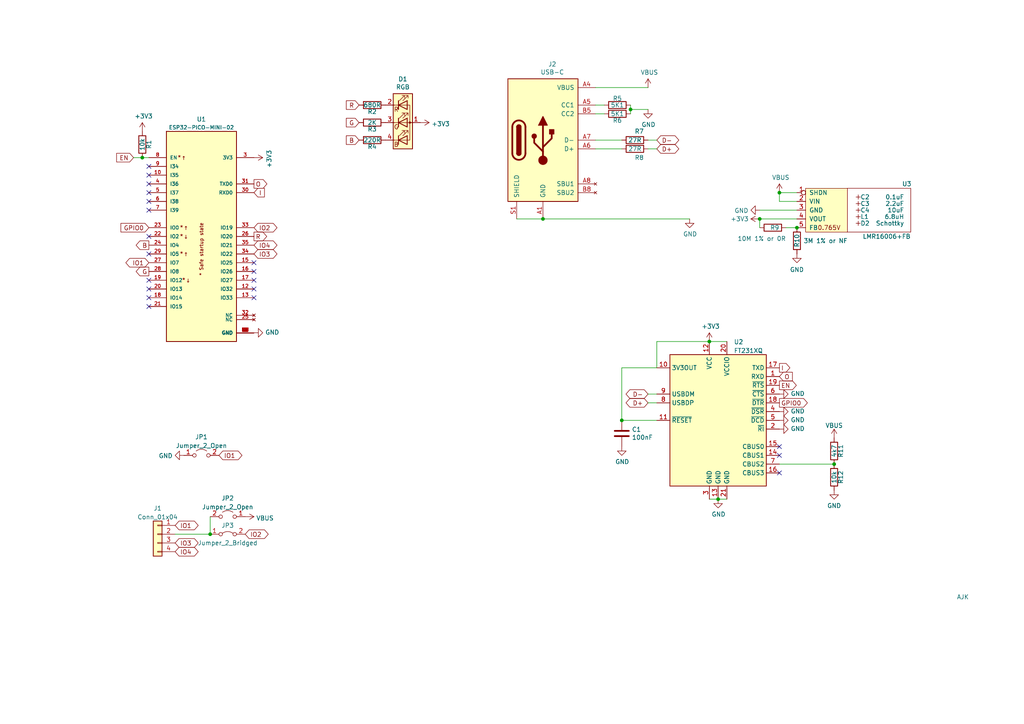
<source format=kicad_sch>
(kicad_sch (version 20211123) (generator eeschema)
  (paper "A4")
  (title_block (title "Generic ESP32-PICO-MINI module") (date "${DATE}") (rev "1") (comment 1 "@TheRealRevK") (comment 2 "www.me.uk"))
  (lib_symbols
    (symbol "Connector_Generic:Conn_01x04" (pin_names (offset 1.016) hide)
      (property "Reference" "J" (at 0 5.08 0))
      (property "Value" "Conn_01x04" (at 0 -7.62 0))
      (symbol "Conn_01x04_1_1"
        (rectangle (start -1.27 -4.953) (end 0 -5.207) (stroke (width 0.1524)))
        (rectangle (start -1.27 -2.413) (end 0 -2.667) (stroke (width 0.1524)))
        (rectangle (start -1.27 0.127) (end 0 -0.127) (stroke (width 0.1524)))
        (rectangle (start -1.27 2.667) (end 0 2.413) (stroke (width 0.1524)))
        (rectangle (start -1.27 3.81) (end 1.27 -6.35) (stroke (width 0.254)) (fill (type background)))
        (pin passive line (at -5.08 2.54 0) (length 3.81) (name "Pin_1") (number "1"))
        (pin passive line (at -5.08 0 0) (length 3.81) (name "Pin_2") (number "2"))
        (pin passive line (at -5.08 -2.54 0) (length 3.81) (name "Pin_3") (number "3"))
        (pin passive line (at -5.08 -5.08 0) (length 3.81) (name "Pin_4") (number "4"))
      )
    )
    (symbol "Device:C" (pin_numbers hide) (pin_names (offset 0.254))
      (property "Reference" "C" (at 0.635 2.54 0))
      (property "Value" "C" (at 0.635 -2.54 0))
      (symbol "C_0_1"
        (polyline (pts (xy -2.032 -0.762) (xy 2.032 -0.762)) (stroke (width 0.508)))
        (polyline (pts (xy -2.032 0.762) (xy 2.032 0.762)) (stroke (width 0.508)))
      )
      (symbol "C_1_1"
        (pin passive line (at 0 3.81 270) (length 2.794) (name "~") (number "1"))
        (pin passive line (at 0 -3.81 90) (length 2.794) (name "~") (number "2"))
      )
    )
    (symbol "Device:LED_ARGB" (pin_names (offset 0) hide)
      (property "Reference" "D" (at 0 9.398 0))
      (property "Value" "LED_ARGB" (at 0 -8.89 0))
      (symbol "LED_ARGB_0_0"
        (text "B" (at -1.905 -6.35 0) (effects (font (size 1.27 1.27))))
        (text "G" (at -1.905 -1.27 0) (effects (font (size 1.27 1.27))))
        (text "R" (at -1.905 3.81 0) (effects (font (size 1.27 1.27))))
      )
      (symbol "LED_ARGB_0_1"
        (polyline (pts (xy -1.27 -5.08) (xy -2.54 -5.08)))
        (polyline (pts (xy -1.27 -5.08) (xy 1.27 -5.08)))
        (polyline (pts (xy -1.27 -3.81) (xy -1.27 -6.35)) (stroke (width 0.254)))
        (polyline (pts (xy -1.27 0) (xy -2.54 0)))
        (polyline (pts (xy -1.27 1.27) (xy -1.27 -1.27)) (stroke (width 0.254)))
        (polyline (pts (xy -1.27 5.08) (xy -2.54 5.08)))
        (polyline (pts (xy -1.27 5.08) (xy 1.27 5.08)))
        (polyline (pts (xy -1.27 6.35) (xy -1.27 3.81)) (stroke (width 0.254)))
        (polyline (pts (xy 1.27 0) (xy -1.27 0)))
        (polyline (pts (xy 1.27 0) (xy 2.54 0)))
        (polyline (pts (xy -1.27 1.27) (xy -1.27 -1.27) (xy -1.27 -1.27)))
        (polyline (pts (xy -1.27 6.35) (xy -1.27 3.81) (xy -1.27 3.81)))
        (polyline (pts (xy 1.27 -5.08) (xy 2.032 -5.08) (xy 2.032 5.08) (xy 1.27 5.08)))
        (polyline (pts (xy 1.27 -3.81) (xy 1.27 -6.35) (xy -1.27 -5.08) (xy 1.27 -3.81)) (stroke (width 0.254)))
        (polyline (pts (xy 1.27 1.27) (xy 1.27 -1.27) (xy -1.27 0) (xy 1.27 1.27)) (stroke (width 0.254)))
        (polyline (pts (xy 1.27 6.35) (xy 1.27 3.81) (xy -1.27 5.08) (xy 1.27 6.35)) (stroke (width 0.254)))
        (polyline (pts (xy -1.016 -3.81) (xy 0.508 -2.286) (xy -0.254 -2.286) (xy 0.508 -2.286) (xy 0.508 -3.048)))
        (polyline (pts (xy -1.016 1.27) (xy 0.508 2.794) (xy -0.254 2.794) (xy 0.508 2.794) (xy 0.508 2.032)))
        (polyline (pts (xy -1.016 6.35) (xy 0.508 7.874) (xy -0.254 7.874) (xy 0.508 7.874) (xy 0.508 7.112)))
        (polyline (pts (xy 0 -3.81) (xy 1.524 -2.286) (xy 0.762 -2.286) (xy 1.524 -2.286) (xy 1.524 -3.048)))
        (polyline (pts (xy 0 1.27) (xy 1.524 2.794) (xy 0.762 2.794) (xy 1.524 2.794) (xy 1.524 2.032)))
        (polyline (pts (xy 0 6.35) (xy 1.524 7.874) (xy 0.762 7.874) (xy 1.524 7.874) (xy 1.524 7.112)))
        (rectangle (start 1.27 -1.27) (end 1.27 1.27))
        (rectangle (start 1.27 1.27) (end 1.27 1.27))
        (rectangle (start 1.27 3.81) (end 1.27 6.35))
        (rectangle (start 1.27 6.35) (end 1.27 6.35))
        (circle (center 2.032 0) (radius 0.254) (fill (type outline)))
        (rectangle (start 2.794 8.382) (end -2.794 -7.62) (stroke (width 0.254)) (fill (type background)))
      )
      (symbol "LED_ARGB_1_1"
        (pin passive line (at 5.08 0 180) (length 2.54) (name "A") (number "1"))
        (pin passive line (at -5.08 5.08 0) (length 2.54) (name "RK") (number "2"))
        (pin passive line (at -5.08 0 0) (length 2.54) (name "GK") (number "3"))
        (pin passive line (at -5.08 -5.08 0) (length 2.54) (name "BK") (number "4"))
      )
    )
    (symbol "Device:R" (pin_numbers hide) (pin_names (offset 0))
      (property "Reference" "R" (at 2.032 0 90))
      (property "Value" "R" (at 0 0 90))
      (symbol "R_0_1"
        (rectangle (start -1.016 -2.54) (end 1.016 2.54) (stroke (width 0.254)))
      )
      (symbol "R_1_1"
        (pin passive line (at 0 3.81 270) (length 1.27) (name "~") (number "1"))
        (pin passive line (at 0 -3.81 90) (length 1.27) (name "~") (number "2"))
      )
    )
    (symbol "Jumper:Jumper_2_Bridged" (pin_names (offset 0) hide)
      (property "Reference" "JP" (at 0 1.905 0))
      (property "Value" "Jumper_2_Bridged" (at 0 -2.54 0))
      (symbol "Jumper_2_Bridged_0_0"
        (circle (center -2.032 0) (radius 0.508))
        (circle (center 2.032 0) (radius 0.508))
      )
      (symbol "Jumper_2_Bridged_0_1"
        (arc (start 1.524 0.254) (mid 0 0.762) (end -1.524 0.254))
      )
      (symbol "Jumper_2_Bridged_1_1"
        (pin passive line (at -5.08 0 0) (length 2.54) (name "A") (number "1"))
        (pin passive line (at 5.08 0 180) (length 2.54) (name "B") (number "2"))
      )
    )
    (symbol "Jumper:Jumper_2_Open" (pin_names (offset 0) hide)
      (property "Reference" "JP" (at 0 2.794 0))
      (property "Value" "Jumper_2_Open" (at 0 -2.286 0))
      (symbol "Jumper_2_Open_0_0"
        (circle (center -2.032 0) (radius 0.508))
        (circle (center 2.032 0) (radius 0.508))
      )
      (symbol "Jumper_2_Open_0_1"
        (arc (start 1.524 1.27) (mid 0 1.778) (end -1.524 1.27))
      )
      (symbol "Jumper_2_Open_1_1"
        (pin passive line (at -5.08 0 0) (length 2.54) (name "A") (number "1"))
        (pin passive line (at 5.08 0 180) (length 2.54) (name "B") (number "2"))
      )
    )
    (symbol "RevK:AJK" (pin_names (offset 1.016)) (in_bom no)
      (property "Value" "AJK" (at 0 0 0))
    )
    (symbol "RevK:ESP32-PICO-MINI-02" (pin_names (offset 1.016))
      (property "Reference" "U" (at -10.16 -33.02 0))
      (property "Value" "ESP32-PICO-MINI-02" (at 0 27.94 0))
      (symbol "ESP32-PICO-MINI-02_0_0"
        (rectangle (start -10.16 -30.48) (end 10.16 30.48) (stroke (width 0.254)) (fill (type background)))
        (text "* Safe startup state" (at 0 -11.43 900) (effects (font (size 1 1)) (justify left)))
        (text "*↑" (at -6.985 22.86 0) (effects (font (size 1.27 1.27)) (justify left)))
        (text "*↑" (at -6.35 -5.08 0) (effects (font (size 1.27 1.27)) (justify left)))
        (text "*↑" (at -6.35 2.54 0) (effects (font (size 1.27 1.27)) (justify left)))
        (text "*↓" (at -6.35 0 0) (effects (font (size 1.27 1.27)) (justify left)))
        (text "*↓" (at -5.715 -12.7 0) (effects (font (size 1.27 1.27)) (justify left)))
        (pin power_in line (at 15.24 -27.94 180) (length 5.08) (name "GND") (number "1"))
        (pin input line (at -15.24 17.78 0) (length 5.08) (name "I35") (number "10"))
        (pin power_in line (at 15.24 -27.94 180) (length 5.08) (name "GND") (number "11"))
        (pin bidirectional line (at 15.24 -15.24 180) (length 5.08) (name "IO32") (number "12"))
        (pin bidirectional line (at 15.24 -17.78 180) (length 5.08) (name "IO33") (number "13"))
        (pin power_in line (at 15.24 -27.94 180) (length 5.08) (name "GND") (number "14"))
        (pin bidirectional line (at 15.24 -7.62 180) (length 5.08) (name "IO25") (number "15"))
        (pin bidirectional line (at 15.24 -10.16 180) (length 5.08) (name "IO26") (number "16"))
        (pin bidirectional line (at 15.24 -12.7 180) (length 5.08) (name "IO27") (number "17"))
        (pin bidirectional line (at -15.24 -17.78 0) (length 5.08) (name "IO14") (number "18"))
        (pin bidirectional line (at -15.24 -12.7 0) (length 5.08) (name "IO12") (number "19"))
        (pin power_in line (at 15.24 -27.94 180) (length 5.08) (name "GND") (number "2"))
        (pin bidirectional line (at -15.24 -15.24 0) (length 5.08) (name "IO13") (number "20"))
        (pin bidirectional line (at -15.24 -20.32 0) (length 5.08) (name "IO15") (number "21"))
        (pin bidirectional line (at -15.24 0 0) (length 5.08) (name "IO2") (number "22"))
        (pin bidirectional line (at -15.24 2.54 0) (length 5.08) (name "IO0") (number "23"))
        (pin bidirectional line (at -15.24 -2.54 0) (length 5.08) (name "IO4") (number "24"))
        (pin no_connect line (at 15.24 -24.13 180) (length 5.08) (name "NC") (number "25"))
        (pin bidirectional line (at 15.24 0 180) (length 5.08) (name "IO20") (number "26"))
        (pin bidirectional line (at -15.24 -7.62 0) (length 5.08) (name "IO7") (number "27"))
        (pin bidirectional line (at -15.24 -10.16 0) (length 5.08) (name "IO8") (number "28"))
        (pin bidirectional line (at -15.24 -5.08 0) (length 5.08) (name "IO5") (number "29"))
        (pin power_in line (at 15.24 22.86 180) (length 5.08) (name "3V3") (number "3"))
        (pin bidirectional line (at 15.24 12.7 180) (length 5.08) (name "RXD0") (number "30"))
        (pin bidirectional line (at 15.24 15.24 180) (length 5.08) (name "TXD0") (number "31"))
        (pin no_connect line (at 15.24 -22.86 180) (length 5.08) (name "NC") (number "32"))
        (pin bidirectional line (at 15.24 2.54 180) (length 5.08) (name "IO19") (number "33"))
        (pin bidirectional line (at 15.24 -5.08 180) (length 5.08) (name "IO22") (number "34"))
        (pin bidirectional line (at 15.24 -2.54 180) (length 5.08) (name "IO21") (number "35"))
        (pin power_in line (at 15.24 -27.94 180) (length 5.08) (name "GND") (number "36"))
        (pin power_in line (at 15.24 -27.94 180) (length 5.08) (name "GND") (number "37"))
        (pin power_in line (at 15.24 -27.94 180) (length 5.08) (name "GND") (number "38"))
        (pin power_in line (at 15.24 -27.94 180) (length 5.08) (name "GND") (number "39"))
        (pin input line (at -15.24 15.24 0) (length 5.08) (name "I36") (number "4"))
        (pin power_in line (at 15.24 -27.94 180) (length 5.08) (name "GND") (number "40"))
        (pin power_in line (at 15.24 -27.94 180) (length 5.08) (name "GND") (number "41"))
        (pin power_in line (at 15.24 -27.94 180) (length 5.08) (name "GND") (number "42"))
        (pin power_in line (at 15.24 -27.94 180) (length 5.08) (name "GND") (number "43"))
        (pin power_in line (at 15.24 -27.94 180) (length 5.08) (name "GND") (number "44"))
        (pin power_in line (at 15.24 -27.94 180) (length 5.08) (name "GND") (number "45"))
        (pin power_in line (at 15.24 -27.94 180) (length 5.08) (name "GND") (number "46"))
        (pin power_in line (at 15.24 -27.94 180) (length 5.08) (name "GND") (number "47"))
        (pin power_in line (at 15.24 -27.94 180) (length 5.08) (name "GND") (number "48"))
        (pin power_in line (at 15.24 -27.94 180) (length 5.08) (name "GND") (number "49"))
        (pin input line (at -15.24 12.7 0) (length 5.08) (name "I37") (number "5"))
        (pin power_in line (at 15.24 -27.94 180) (length 5.08) (name "GND") (number "50"))
        (pin power_in line (at 15.24 -27.94 180) (length 5.08) (name "GND") (number "51"))
        (pin power_in line (at 15.24 -27.94 180) (length 5.08) (name "GND") (number "52"))
        (pin power_in line (at 15.24 -27.94 180) (length 5.08) (name "GND") (number "53"))
        (pin input line (at -15.24 10.16 0) (length 5.08) (name "I38") (number "6"))
        (pin input line (at -15.24 7.62 0) (length 5.08) (name "I39") (number "7"))
        (pin input line (at -15.24 22.86 0) (length 5.08) (name "EN") (number "8"))
        (pin input line (at -15.24 20.32 0) (length 5.08) (name "I34") (number "9"))
      )
    )
    (symbol "RevK:FT231XQ"
      (property "Reference" "U" (at -13.97 20.32 0))
      (property "Value" "FT231XQ" (at 6.35 20.32 0))
      (symbol "FT231XQ_0_1"
        (rectangle (start -13.97 19.05) (end 13.97 -19.05) (stroke (width 0.254)) (fill (type background)))
      )
      (symbol "FT231XQ_1_1"
        (pin input line (at 17.78 12.7 180) (length 3.81) (name "RXD") (number "1"))
        (pin passive line (at -17.78 15.24 0) (length 3.81) (name "3V3OUT") (number "10"))
        (pin input line (at -17.78 0 0) (length 3.81) (name "~{RESET}") (number "11"))
        (pin power_in line (at -2.54 22.86 270) (length 3.81) (name "VCC") (number "12"))
        (pin power_in line (at 0 -22.86 90) (length 3.81) (name "GND") (number "13"))
        (pin bidirectional line (at 17.78 -10.16 180) (length 3.81) (name "CBUS1") (number "14"))
        (pin bidirectional line (at 17.78 -7.62 180) (length 3.81) (name "CBUS0") (number "15"))
        (pin bidirectional line (at 17.78 -15.24 180) (length 3.81) (name "CBUS3") (number "16"))
        (pin output line (at 17.78 15.24 180) (length 3.81) (name "TXD") (number "17"))
        (pin output line (at 17.78 5.08 180) (length 3.81) (name "~{DTR}") (number "18"))
        (pin output line (at 17.78 10.16 180) (length 3.81) (name "~{RTS}") (number "19"))
        (pin input line (at 17.78 -2.54 180) (length 3.81) (name "~{RI}") (number "2"))
        (pin power_in line (at 2.54 22.86 270) (length 3.81) (name "VCCIO") (number "20"))
        (pin power_in line (at 2.54 -22.86 90) (length 3.81) (name "GND") (number "21"))
        (pin power_in line (at -2.54 -22.86 90) (length 3.81) (name "GND") (number "3"))
        (pin input line (at 17.78 2.54 180) (length 3.81) (name "~{DSR}") (number "4"))
        (pin input line (at 17.78 0 180) (length 3.81) (name "~{DCD}") (number "5"))
        (pin input line (at 17.78 7.62 180) (length 3.81) (name "~{CTS}") (number "6"))
        (pin bidirectional line (at 17.78 -12.7 180) (length 3.81) (name "CBUS2") (number "7"))
        (pin bidirectional line (at -17.78 5.08 0) (length 3.81) (name "USBDP") (number "8"))
        (pin bidirectional line (at -17.78 7.62 0) (length 3.81) (name "USBDM") (number "9"))
      )
    )
    (symbol "RevK:Hidden" (pin_names (offset 1.016))
      (property "Reference" "Z" (at 0.635 0 0))
      (property "Value" "Hidden" (at 4.445 0 0))
      (symbol "Hidden_0_1"
        (polyline (pts (xy -0.635 0) (xy 0.635 0)) (stroke (width 0.1524)))
        (polyline (pts (xy 0 0.635) (xy 0 -0.635)) (stroke (width 0.1524)))
      )
      (symbol "Hidden_1_1"
        (pin no_connect non_logic (at 0 -2.54 90) (length 2.54) hide (name "~") (number "~"))
      )
    )
    (symbol "RevK:LMR16006+FB" (pin_names (offset 1.016))
      (property "Reference" "U" (at 11.43 2.54 0))
      (property "Value" "LMR16006+FB" (at 7.62 -12.7 0))
      (symbol "LMR16006+FB_0_0"
        (rectangle (start 2.54 1.27) (end 14.605 -11.43) (fill (type background)))
        (text "0.765V" (at 12.7 -10.16 0) (effects (font (size 1.27 1.27)) (justify right)))
      )
      (symbol "LMR16006+FB_0_1"
        (rectangle (start 14.605 1.27) (end 33.02 -11.43))
      )
      (symbol "LMR16006+FB_1_1"
        (pin input inverted (at 0 0 0) (length 2.54) (name "SHDN") (number "1"))
        (pin power_in line (at 0 -2.54 0) (length 2.54) (name "VIN") (number "2"))
        (pin power_in line (at 0 -5.08 0) (length 2.54) (name "GND") (number "3"))
        (pin power_out line (at 0 -7.62 0) (length 2.54) (name "VOUT") (number "4"))
        (pin passive line (at 0 -10.16 0) (length 2.54) (name "FB") (number "5"))
      )
    )
    (symbol "RevK:USB-C" (pin_names (offset 1.016))
      (property "Reference" "J" (at -10.16 19.05 0))
      (property "Value" "USB-C" (at -7.62 15.24 0))
      (symbol "USB-C_0_1"
        (rectangle (start -10.16 17.78) (end 10.16 -17.78) (stroke (width 0.254)) (fill (type background)))
        (arc (start -8.89 -3.81) (mid -6.985 -5.715) (end -5.08 -3.81) (stroke (width 0.508)))
        (arc (start -7.62 -3.81) (mid -6.985 -4.445) (end -6.35 -3.81) (stroke (width 0.254)))
        (arc (start -7.62 -3.81) (mid -6.985 -4.445) (end -6.35 -3.81) (stroke (width 0.254)) (fill (type outline)))
        (rectangle (start -7.62 -3.81) (end -6.35 3.81) (stroke (width 0.254)) (fill (type outline)))
        (arc (start -6.35 3.81) (mid -6.985 4.445) (end -7.62 3.81) (stroke (width 0.254)))
        (arc (start -6.35 3.81) (mid -6.985 4.445) (end -7.62 3.81) (stroke (width 0.254)) (fill (type outline)))
        (arc (start -5.08 3.81) (mid -6.985 5.715) (end -8.89 3.81) (stroke (width 0.508)))
        (circle (center -2.54 1.143) (radius 0.635) (stroke (width 0.254)) (fill (type outline)))
        (circle (center 0 -5.842) (radius 1.27) (fill (type outline)))
        (polyline (pts (xy -8.89 -3.81) (xy -8.89 3.81)) (stroke (width 0.508)))
        (polyline (pts (xy -5.08 3.81) (xy -5.08 -3.81)) (stroke (width 0.508)))
        (polyline (pts (xy 0 -5.842) (xy 0 4.318)) (stroke (width 0.508)))
        (polyline (pts (xy 0 -3.302) (xy -2.54 -0.762) (xy -2.54 0.508)) (stroke (width 0.508)))
        (polyline (pts (xy 0 -2.032) (xy 2.54 0.508) (xy 2.54 1.778)) (stroke (width 0.508)))
        (polyline (pts (xy -1.27 4.318) (xy 0 6.858) (xy 1.27 4.318) (xy -1.27 4.318)) (stroke (width 0.254)) (fill (type outline)))
        (rectangle (start 1.905 1.778) (end 3.175 3.048) (stroke (width 0.254)) (fill (type outline)))
      )
      (symbol "USB-C_1_1"
        (pin power_out line (at 0 -22.86 90) (length 5.08) (name "GND") (number "A1"))
        (pin passive line (at 0 -22.86 90) (length 5.08) hide (name "GND") (number "A12"))
        (pin power_out line (at 15.24 15.24 180) (length 5.08) (name "VBUS") (number "A4"))
        (pin bidirectional line (at 15.24 10.16 180) (length 5.08) (name "CC1") (number "A5"))
        (pin bidirectional line (at 15.24 -2.54 180) (length 5.08) (name "D+") (number "A6"))
        (pin bidirectional line (at 15.24 0 180) (length 5.08) (name "D-") (number "A7"))
        (pin no_connect line (at 15.24 -12.7 180) (length 5.08) (name "SBU1") (number "A8"))
        (pin passive line (at 15.24 15.24 180) (length 5.08) hide (name "VBUS") (number "A9"))
        (pin passive line (at 0 -22.86 90) (length 5.08) hide (name "GND") (number "B1"))
        (pin passive line (at 0 -22.86 90) (length 5.08) hide (name "GND") (number "B12"))
        (pin passive line (at 15.24 15.24 180) (length 5.08) hide (name "VBUS") (number "B4"))
        (pin bidirectional line (at 15.24 7.62 180) (length 5.08) (name "CC2") (number "B5"))
        (pin bidirectional line (at 15.24 -2.54 180) (length 5.08) hide (name "D+") (number "B6"))
        (pin bidirectional line (at 15.24 0 180) (length 5.08) hide (name "D-") (number "B7"))
        (pin no_connect line (at 15.24 -15.24 180) (length 5.08) (name "SBU2") (number "B8"))
        (pin passive line (at 15.24 15.24 180) (length 5.08) hide (name "VBUS") (number "B9"))
        (pin passive line (at -7.62 -22.86 90) (length 5.08) (name "SHIELD") (number "S1"))
      )
    )
    (symbol "power:+3.3V" (power) (pin_names (offset 0))
      (property "Value" "+3.3V" (at 0 3.556 0))
      (symbol "+3.3V_0_1"
        (polyline (pts (xy -0.762 1.27) (xy 0 2.54)))
        (polyline (pts (xy 0 0) (xy 0 2.54)))
        (polyline (pts (xy 0 2.54) (xy 0.762 1.27)))
      )
      (symbol "+3.3V_1_1"
        (pin power_in line (at 0 0 90) (length 0) hide (name "+3V3") (number "1"))
      )
    )
    (symbol "power:GND" (power) (pin_names (offset 0))
      (property "Value" "GND" (at 0 -3.81 0))
      (symbol "GND_0_1"
        (polyline (pts (xy 0 0) (xy 0 -1.27) (xy 1.27 -1.27) (xy 0 -2.54) (xy -1.27 -1.27) (xy 0 -1.27)))
      )
      (symbol "GND_1_1"
        (pin power_in line (at 0 0 270) (length 0) hide (name "GND") (number "1"))
      )
    )
    (symbol "power:VBUS" (power) (pin_names (offset 0))
      (property "Value" "VBUS" (at 0 3.81 0))
      (symbol "VBUS_0_1"
        (polyline (pts (xy -0.762 1.27) (xy 0 2.54)))
        (polyline (pts (xy 0 0) (xy 0 2.54)))
        (polyline (pts (xy 0 2.54) (xy 0.762 1.27)))
      )
      (symbol "VBUS_1_1"
        (pin power_in line (at 0 0 90) (length 0) hide (name "VBUS") (number "1"))
      )
    )
  )
  (junction (at 231.14 66.04))
  (junction (at 241.935 134.62))
  (junction (at 60.96 154.94))
  (junction (at 205.74 99.06))
  (junction (at 41.275 45.72))
  (junction (at 157.48 63.5))
  (junction (at 208.28 144.78))
  (junction (at 180.34 121.92))
  (junction (at 220.345 63.5))
  (junction (at 182.88 31.75))
  (junction (at 226.06 55.88))
  (no_connect (at 73.66 76.2))
  (no_connect (at 226.06 137.16))
  (no_connect (at 226.06 132.08))
  (no_connect (at 226.06 129.54))
  (no_connect (at 43.18 81.28))
  (no_connect (at 43.18 73.66))
  (no_connect (at 43.18 53.34))
  (no_connect (at 43.18 50.8))
  (no_connect (at 43.18 48.26))
  (no_connect (at 73.66 78.74))
  (no_connect (at 73.66 81.28))
  (no_connect (at 43.18 60.96))
  (no_connect (at 43.18 68.58))
  (no_connect (at 73.66 86.36))
  (no_connect (at 43.18 88.9))
  (no_connect (at 43.18 55.88))
  (no_connect (at 43.18 58.42))
  (no_connect (at 43.18 83.82))
  (no_connect (at 43.18 86.36))
  (no_connect (at 73.66 83.82))
  (wire (pts (xy 226.06 134.62) (xy 241.935 134.62)))
  (wire (pts (xy 41.275 45.72) (xy 43.18 45.72)))
  (wire (pts (xy 180.34 121.92) (xy 190.5 121.92)))
  (wire (pts (xy 182.88 31.75) (xy 182.88 33.02)))
  (wire (pts (xy 157.48 63.5) (xy 200.025 63.5)))
  (wire (pts (xy 38.735 45.72) (xy 41.275 45.72)))
  (wire (pts (xy 220.345 63.5) (xy 231.14 63.5)))
  (wire (pts (xy 227.965 66.04) (xy 231.14 66.04)))
  (wire (pts (xy 60.96 149.86) (xy 60.96 154.94)))
  (wire (pts (xy 190.5 99.06) (xy 205.74 99.06)))
  (wire (pts (xy 180.34 121.92) (xy 180.34 106.68)))
  (wire (pts (xy 187.96 40.64) (xy 190.5 40.64)))
  (wire (pts (xy 220.345 63.5) (xy 220.345 66.04)))
  (wire (pts (xy 190.5 106.68) (xy 190.5 99.06)))
  (wire (pts (xy 149.86 63.5) (xy 157.48 63.5)))
  (wire (pts (xy 172.72 40.64) (xy 180.34 40.64)))
  (wire (pts (xy 226.06 55.88) (xy 231.14 55.88)))
  (wire (pts (xy 187.96 43.18) (xy 190.5 43.18)))
  (wire (pts (xy 187.96 31.75) (xy 182.88 31.75)))
  (wire (pts (xy 208.28 144.78) (xy 210.82 144.78)))
  (wire (pts (xy 190.5 114.3) (xy 187.96 114.3)))
  (wire (pts (xy 50.8 154.94) (xy 60.96 154.94)))
  (wire (pts (xy 182.88 30.48) (xy 182.88 31.75)))
  (wire (pts (xy 172.72 30.48) (xy 175.26 30.48)))
  (wire (pts (xy 172.72 33.02) (xy 175.26 33.02)))
  (wire (pts (xy 172.72 43.18) (xy 180.34 43.18)))
  (wire (pts (xy 226.06 55.88) (xy 226.06 58.42)))
  (wire (pts (xy 187.96 116.84) (xy 190.5 116.84)))
  (wire (pts (xy 205.74 99.06) (xy 210.82 99.06)))
  (wire (pts (xy 226.06 58.42) (xy 231.14 58.42)))
  (wire (pts (xy 180.34 106.68) (xy 190.5 106.68)))
  (wire (pts (xy 220.345 60.96) (xy 231.14 60.96)))
  (wire (pts (xy 205.74 144.78) (xy 208.28 144.78)))
  (wire (pts (xy 172.72 25.4) (xy 187.96 25.4)))
  (global_label "D-" (shape bidirectional) (at 187.96 114.3 180) (property "Intersheet References" "${INTERSHEET_REFS}" (effects hide)))
  (global_label "G" (shape input) (at 104.14 35.56 180) (property "Intersheet References" "${INTERSHEET_REFS}" (effects hide)))
  (global_label "IO3" (shape bidirectional) (at 73.66 73.66 0) (property "Intersheet References" "${INTERSHEET_REFS}" (effects hide)))
  (global_label "IO3" (shape bidirectional) (at 50.8 157.48 0) (property "Intersheet References" "${INTERSHEET_REFS}" (effects hide)))
  (global_label "IO1" (shape bidirectional) (at 43.18 76.2 180) (property "Intersheet References" "${INTERSHEET_REFS}" (effects hide)))
  (global_label "O" (shape output) (at 73.66 53.34 0) (property "Intersheet References" "${INTERSHEET_REFS}" (effects hide)))
  (global_label "D+" (shape bidirectional) (at 190.5 43.18 0) (property "Intersheet References" "${INTERSHEET_REFS}" (effects hide)))
  (global_label "EN" (shape input) (at 38.735 45.72 180) (property "Intersheet References" "${INTERSHEET_REFS}" (effects hide)))
  (global_label "G" (shape output) (at 43.18 78.74 180) (property "Intersheet References" "${INTERSHEET_REFS}" (effects hide)))
  (global_label "D+" (shape bidirectional) (at 187.96 116.84 180) (property "Intersheet References" "${INTERSHEET_REFS}" (effects hide)))
  (global_label "IO2" (shape bidirectional) (at 73.66 66.04 0) (property "Intersheet References" "${INTERSHEET_REFS}" (effects hide)))
  (global_label "I" (shape input) (at 73.66 55.88 0) (property "Intersheet References" "${INTERSHEET_REFS}" (effects hide)))
  (global_label "B" (shape input) (at 104.14 40.64 180) (property "Intersheet References" "${INTERSHEET_REFS}" (effects hide)))
  (global_label "D-" (shape bidirectional) (at 190.5 40.64 0) (property "Intersheet References" "${INTERSHEET_REFS}" (effects hide)))
  (global_label "IO4" (shape bidirectional) (at 73.66 71.12 0) (property "Intersheet References" "${INTERSHEET_REFS}" (effects hide)))
  (global_label "GPIO0" (shape output) (at 226.06 116.84 0) (property "Intersheet References" "${INTERSHEET_REFS}" (effects hide)))
  (global_label "IO1" (shape bidirectional) (at 50.8 152.4 0) (property "Intersheet References" "${INTERSHEET_REFS}" (effects hide)))
  (global_label "IO2" (shape bidirectional) (at 71.12 154.94 0) (property "Intersheet References" "${INTERSHEET_REFS}" (effects hide)))
  (global_label "R" (shape output) (at 73.66 68.58 0) (property "Intersheet References" "${INTERSHEET_REFS}" (effects hide)))
  (global_label "EN" (shape output) (at 226.06 111.76 0) (property "Intersheet References" "${INTERSHEET_REFS}" (effects hide)))
  (global_label "I" (shape output) (at 226.06 106.68 0) (property "Intersheet References" "${INTERSHEET_REFS}" (effects hide)))
  (global_label "R" (shape input) (at 104.14 30.48 180) (property "Intersheet References" "${INTERSHEET_REFS}" (effects hide)))
  (global_label "IO4" (shape bidirectional) (at 50.8 160.02 0) (property "Intersheet References" "${INTERSHEET_REFS}" (effects hide)))
  (global_label "B" (shape output) (at 43.18 71.12 180) (property "Intersheet References" "${INTERSHEET_REFS}" (effects hide)))
  (global_label "IO1" (shape bidirectional) (at 63.5 132.08 0) (property "Intersheet References" "${INTERSHEET_REFS}" (effects hide)))
  (global_label "O" (shape input) (at 226.06 109.22 0) (property "Intersheet References" "${INTERSHEET_REFS}" (effects hide)))
  (global_label "GPIO0" (shape input) (at 43.18 66.04 180) (property "Intersheet References" "${INTERSHEET_REFS}" (effects hide)))
  (symbol (lib_id "Device:R") (at 179.07 30.48 90) (unit 1)
    (property "Reference" "R5" (at 179.07 28.575 90))
    (property "Value" "5K1" (at 179.07 30.48 90))
    (property "Footprint" "RevK:R_0603" (effects hide))
  )
  (symbol (lib_id "power:VBUS") (at 187.96 25.4 0) (unit 1)
    (property "Reference" "#PWR08" (effects hide))
    (property "Value" "VBUS" (at 188.341 21.0058 0))
  )
  (symbol (lib_id "power:+3.3V") (at 73.66 45.72 270) (unit 1)
    (property "Reference" "#PWR04" (effects hide))
    (property "Value" "+3.3V" (at 78.0542 46.101 0))
  )
  (symbol (lib_id "power:GND") (at 187.96 31.75 0) (unit 1)
    (property "Reference" "#PWR09" (effects hide))
    (property "Value" "GND" (at 188.087 36.1442 0))
  )
  (symbol (lib_id "power:GND") (at 200.025 63.5 0) (unit 1)
    (property "Reference" "#PWR010" (effects hide))
    (property "Value" "GND" (at 200.152 67.8942 0))
  )
  (symbol (lib_id "Device:R") (at 179.07 33.02 270) (unit 1)
    (property "Reference" "R6" (at 179.07 34.925 90))
    (property "Value" "5K1" (at 179.07 33.02 90))
    (property "Footprint" "RevK:R_0603" (effects hide))
  )
  (symbol (lib_id "power:GND") (at 226.06 114.3 90) (unit 1)
    (property "Reference" "#PWR016" (effects hide))
    (property "Value" "GND" (at 229.3112 114.173 90) (effects (justify right)))
  )
  (symbol (lib_id "power:GND") (at 226.06 119.38 90) (unit 1)
    (property "Reference" "#PWR017" (effects hide))
    (property "Value" "GND" (at 229.3112 119.253 90) (effects (justify right)))
  )
  (symbol (lib_id "power:GND") (at 226.06 121.92 90) (unit 1)
    (property "Reference" "#PWR018" (effects hide))
    (property "Value" "GND" (at 229.3112 121.793 90) (effects (justify right)))
  )
  (symbol (lib_id "power:GND") (at 226.06 124.46 90) (unit 1)
    (property "Reference" "#PWR019" (effects hide))
    (property "Value" "GND" (at 229.3112 124.333 90) (effects (justify right)))
  )
  (symbol (lib_id "power:GND") (at 208.28 144.78 0) (unit 1)
    (property "Reference" "#PWR012" (effects hide))
    (property "Value" "GND" (at 208.407 149.1742 0))
  )
  (symbol (lib_id "power:GND") (at 220.345 60.96 270) (unit 1)
    (property "Reference" "#PWR013" (effects hide))
    (property "Value" "GND" (at 217.0938 61.087 90) (effects (justify right)))
  )
  (symbol (lib_id "power:+3.3V") (at 220.345 63.5 90) (unit 1)
    (property "Reference" "#PWR014" (effects hide))
    (property "Value" "+3.3V" (at 217.17 63.5 90) (effects (justify left)))
  )
  (symbol (lib_id "power:GND") (at 73.66 96.52 90) (unit 1)
    (property "Reference" "#PWR05" (effects hide))
    (property "Value" "GND" (at 76.9112 96.393 90) (effects (justify right)))
  )
  (symbol (lib_id "Device:C") (at 180.34 125.73 0) (unit 1)
    (property "Reference" "C1" (at 183.261 124.5616 0) (effects (justify left)))
    (property "Value" "100nF" (at 183.261 126.873 0) (effects (justify left)))
    (property "Footprint" "RevK:C_0603" (effects hide))
  )
  (symbol (lib_id "power:GND") (at 180.34 129.54 0) (unit 1)
    (property "Reference" "#PWR07" (effects hide))
    (property "Value" "GND" (at 180.467 133.9342 0))
  )
  (symbol (lib_id "Device:R") (at 107.95 40.64 270) (unit 1)
    (property "Reference" "R4" (at 107.95 42.545 90))
    (property "Value" "220R" (at 107.95 40.64 90))
    (property "Footprint" "RevK:R_0603" (effects hide))
  )
  (symbol (lib_id "power:+3.3V") (at 121.92 35.56 270) (unit 1)
    (property "Reference" "#PWR06" (effects hide))
    (property "Value" "+3.3V" (at 125.1712 35.941 90) (effects (justify left)))
  )
  (symbol (lib_id "Device:LED_ARGB") (at 116.84 35.56 0) (unit 1)
    (property "Reference" "D1" (at 116.84 22.9362 0))
    (property "Value" "RGB" (at 116.84 25.2476 0))
    (property "Footprint" "RevK:LED-RGB-1.6x1.6" (effects hide))
    (property "Manufacturer" "Kingbright" (effects hide))
    (property "Part No" "APTF1616LSEEZGKQBKC" (effects hide))
  )
  (symbol (lib_id "Device:R") (at 107.95 30.48 270) (unit 1)
    (property "Reference" "R2" (at 107.95 32.385 90))
    (property "Value" "680R" (at 107.95 30.48 90))
    (property "Footprint" "RevK:R_0603" (effects hide))
  )
  (symbol (lib_id "Device:R") (at 107.95 35.56 270) (unit 1)
    (property "Reference" "R3" (at 107.95 37.465 90))
    (property "Value" "2K" (at 107.95 35.56 90))
    (property "Footprint" "RevK:R_0603" (effects hide))
  )
  (symbol (lib_id "RevK:USB-C") (at 157.48 40.64 0) (unit 1)
    (property "Reference" "J2" (at 160.1978 18.6182 0))
    (property "Value" "USB-C" (at 160.1978 20.9296 0))
    (property "Footprint" "RevK:USC16-TR-Round" (effects hide))
    (property "Datasheet" "https://www.usb.org/sites/default/files/documents/usb_type-c.zip" (effects hide))
    (property "Manufacturer" "Valcon" (effects hide))
    (property "Part No" "CSP-USC16-TR" (effects hide))
    (property "Order URL" "https://www.toby.co.uk/signal-to-board-connectors/usb-connectors/csp-usc16-tr-valcon-usb-type-c-surface-mount-pcb-socket/" (effects hide))
  )
  (symbol (lib_id "RevK:Hidden") (at 248.92 57.15 0) (unit 1)
    (property "Reference" "C2" (at 249.555 57.15 0) (effects (justify left)))
    (property "Value" "0.1uF" (at 262.255 57.15 0) (effects (justify right)))
    (property "Footprint" "RevK:Hidden" (effects hide))
    (property "Note" "X7R or X5R 0603" (effects hide))
  )
  (symbol (lib_id "RevK:Hidden") (at 248.92 59.055 0) (unit 1)
    (property "Reference" "C3" (at 249.555 59.055 0) (effects (justify left)))
    (property "Value" "2.2uF" (at 262.255 59.055 0) (effects (justify right)))
    (property "Footprint" "RevK:Hidden" (effects hide))
    (property "Note" "0603 or 0805" (effects hide))
  )
  (symbol (lib_id "RevK:Hidden") (at 248.92 60.96 0) (unit 1)
    (property "Reference" "C4" (at 249.555 60.96 0) (effects (justify left)))
    (property "Value" "10uF" (at 262.255 60.96 0) (effects (justify right)))
    (property "Footprint" "RevK:Hidden" (effects hide))
    (property "Note" "0603 or 0805" (effects hide))
  )
  (symbol (lib_id "RevK:Hidden") (at 248.92 62.865 0) (unit 1)
    (property "Reference" "L1" (at 249.555 62.865 0) (effects (justify left)))
    (property "Value" "6.8uH" (at 262.255 62.865 0) (effects (justify right)))
    (property "Footprint" "RevK:Hidden" (effects hide))
    (property "Datasheet" "https://www.mouser.co.uk/datasheet/2/987/Laird_Performance_TYA4020_series__Rev_A_-1877538.pdf" (effects hide))
    (property "Manufacturer" "Laird" (effects hide))
    (property "Part No" "TYA4020" (effects hide))
  )
  (symbol (lib_id "RevK:Hidden") (at 248.92 64.77 0) (unit 1)
    (property "Reference" "D2" (at 249.555 64.77 0) (effects (justify left)))
    (property "Value" "Schottky" (at 262.255 64.77 0) (effects (justify right)))
    (property "Footprint" "RevK:Hidden" (effects hide))
    (property "Datasheet" "https://www.mouser.co.uk/datasheet/2/54/CD1206-B220_B2100-777245.pdf" (effects hide))
    (property "Manufacturer" "Bourns" (effects hide))
    (property "Part No" "CD1206-B2100" (effects hide))
  )
  (symbol (lib_id "power:+3.3V") (at 205.74 99.06 0) (unit 1)
    (property "Reference" "#PWR011" (effects hide))
    (property "Value" "+3.3V" (at 206.121 94.6658 0))
  )
  (symbol (lib_id "power:VBUS") (at 71.12 149.86 270) (mirror x) (unit 1)
    (property "Reference" "#PWR03" (effects hide))
    (property "Value" "VBUS" (at 74.295 150.2938 90) (effects (justify left)))
  )
  (symbol (lib_id "RevK:FT231XQ") (at 208.28 121.92 0) (unit 1)
    (property "Reference" "U2" (at 212.8394 99.1702 0) (effects (justify left)))
    (property "Value" "FT231XQ" (at 212.8394 101.7071 0) (effects (justify left)))
    (property "Footprint" "RevK:QFN-20-1EP_4x4mm_P0.5mm_EP2.5x2.5mm" (effects hide))
    (property "Datasheet" "https://www.ftdichip.com/Support/Documents/DataSheets/ICs/DS_FT231X.pdf" (effects hide))
  )
  (symbol (lib_id "Device:R") (at 41.275 41.91 0) (unit 1)
    (property "Reference" "R1" (at 43.18 41.91 90))
    (property "Value" "10k" (at 41.275 41.91 90))
    (property "Footprint" "RevK:R_0603" (effects hide))
  )
  (symbol (lib_id "power:GND") (at 241.935 142.24 0) (unit 1)
    (property "Reference" "#PWR022" (effects hide))
    (property "Value" "GND" (at 241.935 146.6834 0))
  )
  (symbol (lib_id "power:GND") (at 231.14 73.66 0) (unit 1)
    (property "Reference" "#PWR020" (effects hide))
    (property "Value" "GND" (at 231.14 78.2225 0))
  )
  (symbol (lib_id "power:VBUS") (at 226.06 55.88 0) (unit 1)
    (property "Reference" "#PWR015" (effects hide))
    (property "Value" "VBUS" (at 226.441 51.4858 0))
  )
  (symbol (lib_id "Jumper:Jumper_2_Open") (at 66.04 149.86 0) (mirror y) (unit 1) (in_bom no)
    (property "Reference" "JP2" (at 66.04 144.5092 0))
    (property "Value" "Jumper_2_Open" (at 66.04 147.0461 0))
    (property "Footprint" "RevK:Pad_0603_Open" (effects hide))
  )
  (symbol (lib_id "Device:R") (at 241.935 130.81 0) (unit 1)
    (property "Reference" "R11" (at 243.84 130.81 90))
    (property "Value" "4k7" (at 241.935 130.81 90))
    (property "Footprint" "RevK:R_0603" (effects hide))
  )
  (symbol (lib_id "power:VBUS") (at 241.935 127 0) (unit 1)
    (property "Reference" "#PWR021" (effects hide))
    (property "Value" "VBUS" (at 241.935 123.4242 0))
  )
  (symbol (lib_id "power:GND") (at 53.34 132.08 270) (unit 1)
    (property "Reference" "#PWR02" (effects hide))
    (property "Value" "GND" (at 50.0888 132.207 90) (effects (justify right)))
  )
  (symbol (lib_id "Device:R") (at 184.15 40.64 90) (unit 1)
    (property "Reference" "R7" (at 185.42 38.1 90))
    (property "Value" "27R" (at 184.15 40.64 90))
    (property "Footprint" "RevK:R_0603" (effects hide))
  )
  (symbol (lib_id "Device:R") (at 184.15 43.18 90) (unit 1)
    (property "Reference" "R8" (at 185.42 45.72 90))
    (property "Value" "27R" (at 184.15 43.18 90))
    (property "Footprint" "RevK:R_0603" (effects hide))
  )
  (symbol (lib_id "Jumper:Jumper_2_Open") (at 58.42 132.08 0) (unit 1) (in_bom no)
    (property "Reference" "JP1" (at 58.42 126.7292 0))
    (property "Value" "Jumper_2_Open" (at 58.42 129.2661 0))
    (property "Footprint" "RevK:Pad_0603_Open" (effects hide))
  )
  (symbol (lib_id "Device:R") (at 241.935 138.43 0) (unit 1)
    (property "Reference" "R12" (at 243.84 138.43 90))
    (property "Value" "10k" (at 241.935 138.43 90))
    (property "Footprint" "RevK:R_0603" (effects hide))
  )
  (symbol (lib_id "RevK:ESP32-PICO-MINI-02") (at 58.42 68.58 0) (unit 1)
    (property "Reference" "U1" (at 58.42 34.5898 0))
    (property "Value" "ESP32-PICO-MINI-02" (at 58.42 36.9739 0) (effects (font (size 1.1 1.1))))
    (property "Footprint" "RevK:ESP32-PICO-MINI-02" (effects hide))
    (property "MANUFACTURER" "Espressif" (effects hide))
    (property "MAXIMUM_PACKAGE_HEIGHT" "2.55mm" (effects hide))
    (property "PARTREV" "v1.0" (effects hide))
    (property "STANDARD" "Manufacturer Recommendations" (effects hide))
  )
  (symbol (lib_id "power:+3.3V") (at 41.275 38.1 0) (unit 1)
    (property "Reference" "#PWR01" (effects hide))
    (property "Value" "+3.3V" (at 41.656 33.7058 0))
  )
  (symbol (lib_id "Device:R") (at 231.14 69.85 180) (unit 1)
    (property "Reference" "R10" (at 231.14 71.755 90) (effects (justify right)))
    (property "Value" "3M 1% or NF" (at 233.045 69.85 0) (effects (justify right)))
    (property "Footprint" "RevK:R_0603" (effects hide))
  )
  (symbol (lib_id "Connector_Generic:Conn_01x04") (at 45.72 154.94 0) (mirror y) (unit 1)
    (property "Reference" "J1" (at 45.72 147.4302 0))
    (property "Value" "Conn_01x04" (at 45.72 149.9671 0))
    (property "Footprint" "RevK:Molex_MiniSPOX_H4RA" (effects hide))
  )
  (symbol (lib_id "RevK:AJK") (at 276.86 172.72 0) (unit 1) (in_bom no)
    (property "Reference" "Logo1" (effects hide))
    (property "Value" "AJK" (at 277.495 173.1538 0) (effects (justify left)))
    (property "Footprint" "RevK:AJK" (effects hide))
    (property "Note" "Non part, PCB printed" (effects hide))
  )
  (symbol (lib_id "Jumper:Jumper_2_Bridged") (at 66.04 154.94 0) (unit 1) (in_bom no)
    (property "Reference" "JP3" (at 66.04 152.4 0))
    (property "Value" "Jumper_2_Bridged" (at 66.04 157.48 0))
    (property "Footprint" "RevK:Pad_0603_Bridged" (effects hide))
  )
  (symbol (lib_id "RevK:LMR16006+FB") (at 231.14 55.88 0) (unit 1)
    (property "Reference" "U3" (at 261.62 53.34 0) (effects (justify left)))
    (property "Value" "LMR16006+FB" (at 250.19 68.58 0) (effects (justify left)))
    (property "Footprint" "RevK:RegulatorBlockFB" (effects hide))
    (property "Manufacturer" "TI" (effects hide))
    (property "Part No" "LMR16006YQ3" (effects hide))
  )
  (symbol (lib_id "Device:R") (at 224.155 66.04 90) (unit 1)
    (property "Reference" "R9" (at 226.06 66.04 90) (effects (justify left)))
    (property "Value" "10M 1% or 0R" (at 227.965 69.215 90) (effects (justify left)))
    (property "Footprint" "RevK:R_0603" (effects hide))
  )
)
</source>
